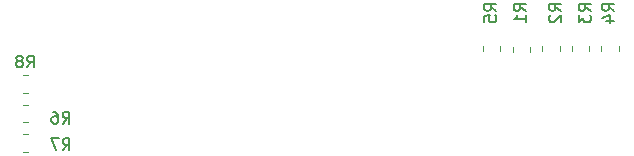
<source format=gbr>
%TF.GenerationSoftware,KiCad,Pcbnew,(7.0.0-0)*%
%TF.CreationDate,2023-06-03T23:07:31+02:00*%
%TF.ProjectId,Untitled,556e7469-746c-4656-942e-6b696361645f,rev?*%
%TF.SameCoordinates,Original*%
%TF.FileFunction,Legend,Bot*%
%TF.FilePolarity,Positive*%
%FSLAX46Y46*%
G04 Gerber Fmt 4.6, Leading zero omitted, Abs format (unit mm)*
G04 Created by KiCad (PCBNEW (7.0.0-0)) date 2023-06-03 23:07:31*
%MOMM*%
%LPD*%
G01*
G04 APERTURE LIST*
%ADD10C,0.150000*%
%ADD11C,0.120000*%
G04 APERTURE END LIST*
D10*
%TO.C,R1*%
X177367380Y-32333333D02*
X176891190Y-32000000D01*
X177367380Y-31761905D02*
X176367380Y-31761905D01*
X176367380Y-31761905D02*
X176367380Y-32142857D01*
X176367380Y-32142857D02*
X176415000Y-32238095D01*
X176415000Y-32238095D02*
X176462619Y-32285714D01*
X176462619Y-32285714D02*
X176557857Y-32333333D01*
X176557857Y-32333333D02*
X176700714Y-32333333D01*
X176700714Y-32333333D02*
X176795952Y-32285714D01*
X176795952Y-32285714D02*
X176843571Y-32238095D01*
X176843571Y-32238095D02*
X176891190Y-32142857D01*
X176891190Y-32142857D02*
X176891190Y-31761905D01*
X177367380Y-33285714D02*
X177367380Y-32714286D01*
X177367380Y-33000000D02*
X176367380Y-33000000D01*
X176367380Y-33000000D02*
X176510238Y-32904762D01*
X176510238Y-32904762D02*
X176605476Y-32809524D01*
X176605476Y-32809524D02*
X176653095Y-32714286D01*
%TO.C,R6*%
X138166666Y-41867380D02*
X138499999Y-41391190D01*
X138738094Y-41867380D02*
X138738094Y-40867380D01*
X138738094Y-40867380D02*
X138357142Y-40867380D01*
X138357142Y-40867380D02*
X138261904Y-40915000D01*
X138261904Y-40915000D02*
X138214285Y-40962619D01*
X138214285Y-40962619D02*
X138166666Y-41057857D01*
X138166666Y-41057857D02*
X138166666Y-41200714D01*
X138166666Y-41200714D02*
X138214285Y-41295952D01*
X138214285Y-41295952D02*
X138261904Y-41343571D01*
X138261904Y-41343571D02*
X138357142Y-41391190D01*
X138357142Y-41391190D02*
X138738094Y-41391190D01*
X137309523Y-40867380D02*
X137499999Y-40867380D01*
X137499999Y-40867380D02*
X137595237Y-40915000D01*
X137595237Y-40915000D02*
X137642856Y-40962619D01*
X137642856Y-40962619D02*
X137738094Y-41105476D01*
X137738094Y-41105476D02*
X137785713Y-41295952D01*
X137785713Y-41295952D02*
X137785713Y-41676904D01*
X137785713Y-41676904D02*
X137738094Y-41772142D01*
X137738094Y-41772142D02*
X137690475Y-41819761D01*
X137690475Y-41819761D02*
X137595237Y-41867380D01*
X137595237Y-41867380D02*
X137404761Y-41867380D01*
X137404761Y-41867380D02*
X137309523Y-41819761D01*
X137309523Y-41819761D02*
X137261904Y-41772142D01*
X137261904Y-41772142D02*
X137214285Y-41676904D01*
X137214285Y-41676904D02*
X137214285Y-41438809D01*
X137214285Y-41438809D02*
X137261904Y-41343571D01*
X137261904Y-41343571D02*
X137309523Y-41295952D01*
X137309523Y-41295952D02*
X137404761Y-41248333D01*
X137404761Y-41248333D02*
X137595237Y-41248333D01*
X137595237Y-41248333D02*
X137690475Y-41295952D01*
X137690475Y-41295952D02*
X137738094Y-41343571D01*
X137738094Y-41343571D02*
X137785713Y-41438809D01*
%TO.C,R3*%
X182867380Y-32333333D02*
X182391190Y-32000000D01*
X182867380Y-31761905D02*
X181867380Y-31761905D01*
X181867380Y-31761905D02*
X181867380Y-32142857D01*
X181867380Y-32142857D02*
X181915000Y-32238095D01*
X181915000Y-32238095D02*
X181962619Y-32285714D01*
X181962619Y-32285714D02*
X182057857Y-32333333D01*
X182057857Y-32333333D02*
X182200714Y-32333333D01*
X182200714Y-32333333D02*
X182295952Y-32285714D01*
X182295952Y-32285714D02*
X182343571Y-32238095D01*
X182343571Y-32238095D02*
X182391190Y-32142857D01*
X182391190Y-32142857D02*
X182391190Y-31761905D01*
X181867380Y-32666667D02*
X181867380Y-33285714D01*
X181867380Y-33285714D02*
X182248333Y-32952381D01*
X182248333Y-32952381D02*
X182248333Y-33095238D01*
X182248333Y-33095238D02*
X182295952Y-33190476D01*
X182295952Y-33190476D02*
X182343571Y-33238095D01*
X182343571Y-33238095D02*
X182438809Y-33285714D01*
X182438809Y-33285714D02*
X182676904Y-33285714D01*
X182676904Y-33285714D02*
X182772142Y-33238095D01*
X182772142Y-33238095D02*
X182819761Y-33190476D01*
X182819761Y-33190476D02*
X182867380Y-33095238D01*
X182867380Y-33095238D02*
X182867380Y-32809524D01*
X182867380Y-32809524D02*
X182819761Y-32714286D01*
X182819761Y-32714286D02*
X182772142Y-32666667D01*
%TO.C,R5*%
X174867380Y-32333333D02*
X174391190Y-32000000D01*
X174867380Y-31761905D02*
X173867380Y-31761905D01*
X173867380Y-31761905D02*
X173867380Y-32142857D01*
X173867380Y-32142857D02*
X173915000Y-32238095D01*
X173915000Y-32238095D02*
X173962619Y-32285714D01*
X173962619Y-32285714D02*
X174057857Y-32333333D01*
X174057857Y-32333333D02*
X174200714Y-32333333D01*
X174200714Y-32333333D02*
X174295952Y-32285714D01*
X174295952Y-32285714D02*
X174343571Y-32238095D01*
X174343571Y-32238095D02*
X174391190Y-32142857D01*
X174391190Y-32142857D02*
X174391190Y-31761905D01*
X173867380Y-33238095D02*
X173867380Y-32761905D01*
X173867380Y-32761905D02*
X174343571Y-32714286D01*
X174343571Y-32714286D02*
X174295952Y-32761905D01*
X174295952Y-32761905D02*
X174248333Y-32857143D01*
X174248333Y-32857143D02*
X174248333Y-33095238D01*
X174248333Y-33095238D02*
X174295952Y-33190476D01*
X174295952Y-33190476D02*
X174343571Y-33238095D01*
X174343571Y-33238095D02*
X174438809Y-33285714D01*
X174438809Y-33285714D02*
X174676904Y-33285714D01*
X174676904Y-33285714D02*
X174772142Y-33238095D01*
X174772142Y-33238095D02*
X174819761Y-33190476D01*
X174819761Y-33190476D02*
X174867380Y-33095238D01*
X174867380Y-33095238D02*
X174867380Y-32857143D01*
X174867380Y-32857143D02*
X174819761Y-32761905D01*
X174819761Y-32761905D02*
X174772142Y-32714286D01*
%TO.C,R4*%
X184867380Y-32333333D02*
X184391190Y-32000000D01*
X184867380Y-31761905D02*
X183867380Y-31761905D01*
X183867380Y-31761905D02*
X183867380Y-32142857D01*
X183867380Y-32142857D02*
X183915000Y-32238095D01*
X183915000Y-32238095D02*
X183962619Y-32285714D01*
X183962619Y-32285714D02*
X184057857Y-32333333D01*
X184057857Y-32333333D02*
X184200714Y-32333333D01*
X184200714Y-32333333D02*
X184295952Y-32285714D01*
X184295952Y-32285714D02*
X184343571Y-32238095D01*
X184343571Y-32238095D02*
X184391190Y-32142857D01*
X184391190Y-32142857D02*
X184391190Y-31761905D01*
X184200714Y-33190476D02*
X184867380Y-33190476D01*
X183819761Y-32952381D02*
X184534047Y-32714286D01*
X184534047Y-32714286D02*
X184534047Y-33333333D01*
%TO.C,R8*%
X135166666Y-37117380D02*
X135499999Y-36641190D01*
X135738094Y-37117380D02*
X135738094Y-36117380D01*
X135738094Y-36117380D02*
X135357142Y-36117380D01*
X135357142Y-36117380D02*
X135261904Y-36165000D01*
X135261904Y-36165000D02*
X135214285Y-36212619D01*
X135214285Y-36212619D02*
X135166666Y-36307857D01*
X135166666Y-36307857D02*
X135166666Y-36450714D01*
X135166666Y-36450714D02*
X135214285Y-36545952D01*
X135214285Y-36545952D02*
X135261904Y-36593571D01*
X135261904Y-36593571D02*
X135357142Y-36641190D01*
X135357142Y-36641190D02*
X135738094Y-36641190D01*
X134595237Y-36545952D02*
X134690475Y-36498333D01*
X134690475Y-36498333D02*
X134738094Y-36450714D01*
X134738094Y-36450714D02*
X134785713Y-36355476D01*
X134785713Y-36355476D02*
X134785713Y-36307857D01*
X134785713Y-36307857D02*
X134738094Y-36212619D01*
X134738094Y-36212619D02*
X134690475Y-36165000D01*
X134690475Y-36165000D02*
X134595237Y-36117380D01*
X134595237Y-36117380D02*
X134404761Y-36117380D01*
X134404761Y-36117380D02*
X134309523Y-36165000D01*
X134309523Y-36165000D02*
X134261904Y-36212619D01*
X134261904Y-36212619D02*
X134214285Y-36307857D01*
X134214285Y-36307857D02*
X134214285Y-36355476D01*
X134214285Y-36355476D02*
X134261904Y-36450714D01*
X134261904Y-36450714D02*
X134309523Y-36498333D01*
X134309523Y-36498333D02*
X134404761Y-36545952D01*
X134404761Y-36545952D02*
X134595237Y-36545952D01*
X134595237Y-36545952D02*
X134690475Y-36593571D01*
X134690475Y-36593571D02*
X134738094Y-36641190D01*
X134738094Y-36641190D02*
X134785713Y-36736428D01*
X134785713Y-36736428D02*
X134785713Y-36926904D01*
X134785713Y-36926904D02*
X134738094Y-37022142D01*
X134738094Y-37022142D02*
X134690475Y-37069761D01*
X134690475Y-37069761D02*
X134595237Y-37117380D01*
X134595237Y-37117380D02*
X134404761Y-37117380D01*
X134404761Y-37117380D02*
X134309523Y-37069761D01*
X134309523Y-37069761D02*
X134261904Y-37022142D01*
X134261904Y-37022142D02*
X134214285Y-36926904D01*
X134214285Y-36926904D02*
X134214285Y-36736428D01*
X134214285Y-36736428D02*
X134261904Y-36641190D01*
X134261904Y-36641190D02*
X134309523Y-36593571D01*
X134309523Y-36593571D02*
X134404761Y-36545952D01*
%TO.C,R7*%
X138166666Y-44117380D02*
X138499999Y-43641190D01*
X138738094Y-44117380D02*
X138738094Y-43117380D01*
X138738094Y-43117380D02*
X138357142Y-43117380D01*
X138357142Y-43117380D02*
X138261904Y-43165000D01*
X138261904Y-43165000D02*
X138214285Y-43212619D01*
X138214285Y-43212619D02*
X138166666Y-43307857D01*
X138166666Y-43307857D02*
X138166666Y-43450714D01*
X138166666Y-43450714D02*
X138214285Y-43545952D01*
X138214285Y-43545952D02*
X138261904Y-43593571D01*
X138261904Y-43593571D02*
X138357142Y-43641190D01*
X138357142Y-43641190D02*
X138738094Y-43641190D01*
X137833332Y-43117380D02*
X137166666Y-43117380D01*
X137166666Y-43117380D02*
X137595237Y-44117380D01*
%TO.C,R2*%
X180367380Y-32333333D02*
X179891190Y-32000000D01*
X180367380Y-31761905D02*
X179367380Y-31761905D01*
X179367380Y-31761905D02*
X179367380Y-32142857D01*
X179367380Y-32142857D02*
X179415000Y-32238095D01*
X179415000Y-32238095D02*
X179462619Y-32285714D01*
X179462619Y-32285714D02*
X179557857Y-32333333D01*
X179557857Y-32333333D02*
X179700714Y-32333333D01*
X179700714Y-32333333D02*
X179795952Y-32285714D01*
X179795952Y-32285714D02*
X179843571Y-32238095D01*
X179843571Y-32238095D02*
X179891190Y-32142857D01*
X179891190Y-32142857D02*
X179891190Y-31761905D01*
X179462619Y-32714286D02*
X179415000Y-32761905D01*
X179415000Y-32761905D02*
X179367380Y-32857143D01*
X179367380Y-32857143D02*
X179367380Y-33095238D01*
X179367380Y-33095238D02*
X179415000Y-33190476D01*
X179415000Y-33190476D02*
X179462619Y-33238095D01*
X179462619Y-33238095D02*
X179557857Y-33285714D01*
X179557857Y-33285714D02*
X179653095Y-33285714D01*
X179653095Y-33285714D02*
X179795952Y-33238095D01*
X179795952Y-33238095D02*
X180367380Y-32666667D01*
X180367380Y-32666667D02*
X180367380Y-33285714D01*
D11*
%TO.C,R1*%
X177735000Y-35360436D02*
X177735000Y-35814564D01*
X176265000Y-35360436D02*
X176265000Y-35814564D01*
%TO.C,R6*%
X135227064Y-41735000D02*
X134772936Y-41735000D01*
X135227064Y-40265000D02*
X134772936Y-40265000D01*
%TO.C,R3*%
X182735000Y-35272936D02*
X182735000Y-35727064D01*
X181265000Y-35272936D02*
X181265000Y-35727064D01*
%TO.C,R5*%
X175235000Y-35272936D02*
X175235000Y-35727064D01*
X173765000Y-35272936D02*
X173765000Y-35727064D01*
%TO.C,R4*%
X185235000Y-35272936D02*
X185235000Y-35727064D01*
X183765000Y-35272936D02*
X183765000Y-35727064D01*
%TO.C,R8*%
X135227064Y-39235000D02*
X134772936Y-39235000D01*
X135227064Y-37765000D02*
X134772936Y-37765000D01*
%TO.C,R7*%
X135227064Y-44235000D02*
X134772936Y-44235000D01*
X135227064Y-42765000D02*
X134772936Y-42765000D01*
%TO.C,R2*%
X180235000Y-35272936D02*
X180235000Y-35727064D01*
X178765000Y-35272936D02*
X178765000Y-35727064D01*
%TD*%
M02*

</source>
